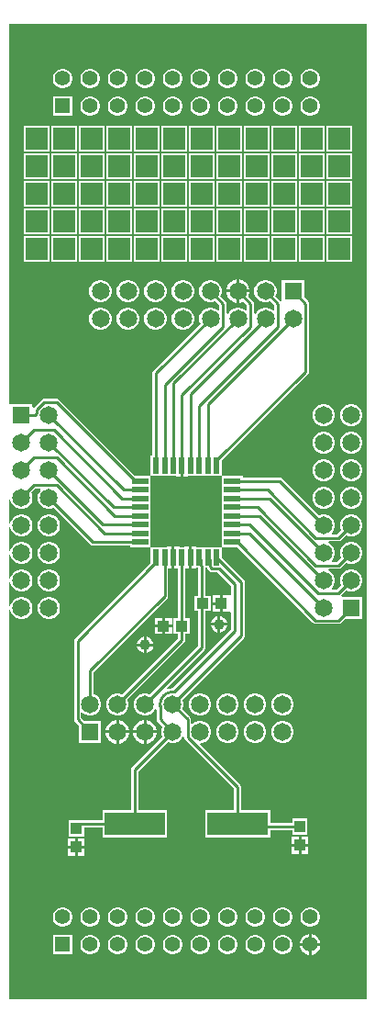
<source format=gbr>
%TF.GenerationSoftware,Altium Limited,Altium Designer,23.4.1 (23)*%
G04 Layer_Physical_Order=1*
G04 Layer_Color=255*
%FSLAX45Y45*%
%MOMM*%
%TF.SameCoordinates,37F79050-5382-499E-8BED-BD4E09E40BF1*%
%TF.FilePolarity,Positive*%
%TF.FileFunction,Copper,L1,Top,Signal*%
%TF.Part,Single*%
G01*
G75*
%TA.AperFunction,Conductor*%
%ADD10C,0.25400*%
%TA.AperFunction,SMDPad,CuDef*%
%ADD11R,1.10000X1.00000*%
%ADD12R,1.50000X0.60000*%
%ADD13R,0.60000X1.50000*%
%ADD14R,1.00000X1.10000*%
%ADD15R,5.60000X2.10000*%
%TA.AperFunction,ComponentPad*%
%ADD16C,1.39000*%
%ADD17R,1.39000X1.39000*%
%ADD18R,1.65000X1.65000*%
%ADD19C,1.65000*%
%TA.AperFunction,ViaPad*%
%ADD20R,2.00000X2.00000*%
%TA.AperFunction,ComponentPad*%
%ADD21R,1.65000X1.65000*%
%TA.AperFunction,TestPad*%
%ADD22C,1.00000*%
G36*
X3314700Y0D02*
X12700D01*
Y3592475D01*
X25400Y3594147D01*
X31485Y3571436D01*
X44980Y3548064D01*
X64064Y3528979D01*
X87436Y3515485D01*
X113506Y3508500D01*
X140494D01*
X166564Y3515485D01*
X189936Y3528979D01*
X209020Y3548064D01*
X222515Y3571436D01*
X229500Y3597506D01*
Y3624494D01*
X222515Y3650563D01*
X209020Y3673936D01*
X189936Y3693020D01*
X166564Y3706515D01*
X140494Y3713500D01*
X113506D01*
X87436Y3706515D01*
X64064Y3693020D01*
X44980Y3673936D01*
X31485Y3650563D01*
X25400Y3627853D01*
X12700Y3629525D01*
Y3846475D01*
X25400Y3848147D01*
X31485Y3825436D01*
X44980Y3802064D01*
X64064Y3782979D01*
X87436Y3769485D01*
X113506Y3762500D01*
X140494D01*
X166564Y3769485D01*
X189936Y3782979D01*
X209020Y3802064D01*
X222515Y3825436D01*
X229500Y3851506D01*
Y3878494D01*
X222515Y3904563D01*
X209020Y3927936D01*
X189936Y3947020D01*
X166564Y3960515D01*
X140494Y3967500D01*
X113506D01*
X87436Y3960515D01*
X64064Y3947020D01*
X44980Y3927936D01*
X31485Y3904563D01*
X25400Y3881853D01*
X12700Y3883525D01*
Y4100475D01*
X25400Y4102147D01*
X31485Y4079436D01*
X44980Y4056064D01*
X64064Y4036979D01*
X87436Y4023485D01*
X113506Y4016500D01*
X140494D01*
X166564Y4023485D01*
X189936Y4036979D01*
X209020Y4056064D01*
X222515Y4079436D01*
X229500Y4105506D01*
Y4132494D01*
X222515Y4158563D01*
X209020Y4181936D01*
X189936Y4201020D01*
X166564Y4214515D01*
X140494Y4221500D01*
X113506D01*
X87436Y4214515D01*
X64064Y4201020D01*
X44980Y4181936D01*
X31485Y4158563D01*
X25400Y4135853D01*
X12700Y4137525D01*
Y4354475D01*
X25400Y4356147D01*
X31485Y4333436D01*
X44980Y4310064D01*
X64064Y4290979D01*
X87436Y4277485D01*
X113506Y4270500D01*
X140494D01*
X166564Y4277485D01*
X189936Y4290979D01*
X209020Y4310064D01*
X222515Y4333436D01*
X229500Y4359506D01*
Y4386494D01*
X222515Y4412563D01*
X209020Y4435936D01*
X189936Y4455020D01*
X166564Y4468515D01*
X140494Y4475500D01*
X113506D01*
X87436Y4468515D01*
X64064Y4455020D01*
X44980Y4435936D01*
X31485Y4412563D01*
X25400Y4389853D01*
X12700Y4391525D01*
Y4608475D01*
X25400Y4610147D01*
X31485Y4587436D01*
X44980Y4564064D01*
X64064Y4544979D01*
X87436Y4531485D01*
X113506Y4524500D01*
X140494D01*
X166564Y4531485D01*
X189936Y4544979D01*
X209020Y4564064D01*
X222515Y4587436D01*
X229500Y4613506D01*
Y4640494D01*
X222515Y4666563D01*
X219293Y4672143D01*
X256010Y4708859D01*
X301309D01*
X306169Y4697126D01*
X298980Y4689936D01*
X285485Y4666563D01*
X278500Y4640494D01*
Y4613506D01*
X285485Y4587436D01*
X298980Y4564064D01*
X318064Y4544979D01*
X341436Y4531485D01*
X367506Y4524500D01*
X394494D01*
X420564Y4531485D01*
X426143Y4534706D01*
X764425Y4196425D01*
X775241Y4189197D01*
X788000Y4186659D01*
X1130000D01*
Y4170000D01*
X1307300D01*
X1320000Y4170000D01*
X1320000Y4157300D01*
Y4027150D01*
X622225Y3329375D01*
X614998Y3318559D01*
X612460Y3305800D01*
Y2583200D01*
X614998Y2570441D01*
X622225Y2559625D01*
X658500Y2523349D01*
Y2365500D01*
X863500D01*
Y2570500D01*
X705651D01*
X679141Y2597010D01*
Y2642309D01*
X690874Y2647169D01*
X698064Y2639979D01*
X721436Y2626485D01*
X747506Y2619500D01*
X774494D01*
X800564Y2626485D01*
X823936Y2639979D01*
X843020Y2659064D01*
X856515Y2682436D01*
X863500Y2708506D01*
Y2735494D01*
X856515Y2761563D01*
X843020Y2784936D01*
X823936Y2804020D01*
X800564Y2817515D01*
X794341Y2819182D01*
Y3017315D01*
X1473575Y3696550D01*
X1480802Y3707366D01*
X1483340Y3720125D01*
Y3974600D01*
X1517300D01*
Y4075000D01*
Y4175400D01*
X1474600D01*
Y4170000D01*
X1332700D01*
X1320000Y4170000D01*
X1320000Y4182700D01*
Y4250000D01*
Y4330000D01*
Y4410000D01*
Y4490000D01*
Y4570000D01*
Y4650000D01*
Y4730000D01*
Y4817300D01*
X1320000Y4829999D01*
X1332700Y4830000D01*
X1554600D01*
Y4824600D01*
X1597300D01*
Y4925000D01*
X1622700D01*
Y4824600D01*
X1665400D01*
Y4830000D01*
X1967300D01*
X1980000Y4829999D01*
X1980000Y4817300D01*
Y4730000D01*
Y4650000D01*
Y4570000D01*
Y4490000D01*
Y4410000D01*
Y4330000D01*
Y4250000D01*
Y4182700D01*
X1980000Y4170000D01*
X1967300Y4170000D01*
X1745400D01*
Y4175400D01*
X1702700D01*
Y4075000D01*
Y3974600D01*
X1745400D01*
Y3980000D01*
X1760534D01*
Y3721250D01*
X1729125D01*
Y3581250D01*
X1760534D01*
Y3260685D01*
X1314143Y2814293D01*
X1308564Y2817515D01*
X1282494Y2824500D01*
X1255506D01*
X1229436Y2817515D01*
X1206064Y2804020D01*
X1186980Y2784936D01*
X1173485Y2761563D01*
X1166500Y2735494D01*
Y2708506D01*
X1173485Y2682436D01*
X1186980Y2659064D01*
X1206064Y2639979D01*
X1229436Y2626485D01*
X1255506Y2619500D01*
X1282494D01*
X1308564Y2626485D01*
X1331936Y2639979D01*
X1351020Y2659064D01*
X1361760Y2677664D01*
X1374460Y2674261D01*
Y2583200D01*
X1376998Y2570441D01*
X1384225Y2559625D01*
X1430707Y2513143D01*
X1427485Y2507563D01*
X1420500Y2481494D01*
Y2454506D01*
X1427485Y2428436D01*
X1430707Y2422857D01*
X1151425Y2143575D01*
X1144197Y2132759D01*
X1141659Y2120000D01*
Y1744250D01*
X875000D01*
Y1652591D01*
X672300D01*
X670588Y1652250D01*
X565000D01*
Y1502250D01*
X705000D01*
Y1585909D01*
X875000D01*
Y1494250D01*
X1475000D01*
Y1744250D01*
X1208340D01*
Y2106190D01*
X1477857Y2375706D01*
X1483436Y2372485D01*
X1509506Y2365500D01*
X1536494D01*
X1562564Y2372485D01*
X1585936Y2385979D01*
X1605020Y2405064D01*
X1615760Y2423664D01*
X1628460Y2420282D01*
X1630998Y2407524D01*
X1638225Y2396707D01*
X2091660Y1943273D01*
Y1744250D01*
X1825000D01*
Y1494250D01*
X2425000D01*
Y1559785D01*
X2628750D01*
Y1518125D01*
X2768750D01*
Y1668125D01*
X2628750D01*
Y1626466D01*
X2425000D01*
Y1744250D01*
X2158341D01*
Y1957083D01*
X2155803Y1969842D01*
X2148575Y1980658D01*
X1775467Y2353767D01*
X1780327Y2365500D01*
X1790494D01*
X1816564Y2372485D01*
X1839936Y2385979D01*
X1859020Y2405064D01*
X1872515Y2428436D01*
X1879500Y2454506D01*
Y2481494D01*
X1872515Y2507563D01*
X1859020Y2530936D01*
X1839936Y2550020D01*
X1816564Y2563515D01*
X1790494Y2570500D01*
X1763506D01*
X1737436Y2563515D01*
X1714064Y2550020D01*
X1706874Y2542831D01*
X1695141Y2547691D01*
Y2583200D01*
X1692603Y2595959D01*
X1685375Y2606775D01*
X1615293Y2676857D01*
X1618515Y2682436D01*
X1625500Y2708506D01*
Y2735494D01*
X1618515Y2761563D01*
X1615293Y2767143D01*
X2182575Y3334425D01*
X2189803Y3345241D01*
X2192341Y3358000D01*
Y3846000D01*
X2189803Y3858759D01*
X2182576Y3869575D01*
X1980000Y4072151D01*
Y4157300D01*
X1980000Y4170000D01*
X1992700Y4170000D01*
X2122849D01*
X2820625Y3472225D01*
X2831441Y3464997D01*
X2844200Y3462459D01*
X3057800D01*
X3070559Y3464997D01*
X3081375Y3472225D01*
X3117651Y3508500D01*
X3275500D01*
Y3713500D01*
X3085191D01*
X3081338Y3726200D01*
X3081375Y3726225D01*
X3127857Y3772706D01*
X3133436Y3769485D01*
X3159506Y3762500D01*
X3186494D01*
X3212564Y3769485D01*
X3235936Y3782979D01*
X3255020Y3802064D01*
X3268515Y3825436D01*
X3275500Y3851506D01*
Y3878494D01*
X3268515Y3904563D01*
X3255020Y3927936D01*
X3235936Y3947020D01*
X3212564Y3960515D01*
X3186494Y3967500D01*
X3159506D01*
X3133436Y3960515D01*
X3110064Y3947020D01*
X3090980Y3927936D01*
X3077485Y3904563D01*
X3070500Y3878494D01*
Y3851506D01*
X3077485Y3825436D01*
X3080707Y3819857D01*
X3043990Y3783141D01*
X2998691D01*
X2993831Y3794874D01*
X3001020Y3802064D01*
X3014515Y3825436D01*
X3021500Y3851506D01*
Y3878494D01*
X3014515Y3904563D01*
X3001020Y3927936D01*
X2981936Y3947020D01*
X2963336Y3957759D01*
X2966739Y3970459D01*
X3057800D01*
X3070559Y3972997D01*
X3081375Y3980225D01*
X3127857Y4026706D01*
X3133436Y4023485D01*
X3159506Y4016500D01*
X3186494D01*
X3212564Y4023485D01*
X3235936Y4036979D01*
X3255020Y4056064D01*
X3268515Y4079436D01*
X3275500Y4105506D01*
Y4132494D01*
X3268515Y4158563D01*
X3255020Y4181936D01*
X3235936Y4201020D01*
X3212564Y4214515D01*
X3186494Y4221500D01*
X3159506D01*
X3133436Y4214515D01*
X3110064Y4201020D01*
X3090980Y4181936D01*
X3077485Y4158563D01*
X3070500Y4132494D01*
Y4105506D01*
X3077485Y4079436D01*
X3080707Y4073857D01*
X3043990Y4037141D01*
X2998691D01*
X2993831Y4048874D01*
X3001020Y4056064D01*
X3014515Y4079436D01*
X3021500Y4105506D01*
Y4132494D01*
X3014515Y4158563D01*
X3001020Y4181936D01*
X2981936Y4201020D01*
X2963336Y4211759D01*
X2966739Y4224459D01*
X3057800D01*
X3070559Y4226997D01*
X3081375Y4234225D01*
X3127857Y4280706D01*
X3133436Y4277485D01*
X3159506Y4270500D01*
X3186494D01*
X3212564Y4277485D01*
X3235936Y4290979D01*
X3255020Y4310064D01*
X3268515Y4333436D01*
X3275500Y4359506D01*
Y4386494D01*
X3268515Y4412563D01*
X3255020Y4435936D01*
X3235936Y4455020D01*
X3212564Y4468515D01*
X3186494Y4475500D01*
X3159506D01*
X3133436Y4468515D01*
X3110064Y4455020D01*
X3090980Y4435936D01*
X3077485Y4412563D01*
X3070500Y4386494D01*
Y4359506D01*
X3077485Y4333436D01*
X3080707Y4327857D01*
X3043990Y4291141D01*
X2998691D01*
X2993831Y4302874D01*
X3001020Y4310064D01*
X3014515Y4333436D01*
X3021500Y4359506D01*
Y4386494D01*
X3014515Y4412563D01*
X3001020Y4435936D01*
X2981936Y4455020D01*
X2958564Y4468515D01*
X2932494Y4475500D01*
X2905506D01*
X2879436Y4468515D01*
X2873857Y4465293D01*
X2535575Y4803575D01*
X2524759Y4810802D01*
X2512000Y4813340D01*
X2170000D01*
Y4830000D01*
X1992700D01*
X1980000Y4830000D01*
X1980000Y4842700D01*
Y4972849D01*
X2774025Y5766875D01*
X2781253Y5777691D01*
X2783790Y5790450D01*
Y6416800D01*
X2781253Y6429559D01*
X2774025Y6440375D01*
X2737750Y6476650D01*
Y6634500D01*
X2532750D01*
Y6444191D01*
X2520050Y6440338D01*
X2520025Y6440375D01*
X2473543Y6486857D01*
X2476765Y6492436D01*
X2483750Y6518506D01*
Y6545494D01*
X2476765Y6571563D01*
X2463270Y6594936D01*
X2444186Y6614020D01*
X2420814Y6627515D01*
X2394744Y6634500D01*
X2367756D01*
X2341686Y6627515D01*
X2318314Y6614020D01*
X2299230Y6594936D01*
X2285735Y6571563D01*
X2278750Y6545494D01*
Y6518506D01*
X2285735Y6492436D01*
X2299230Y6469064D01*
X2318314Y6449979D01*
X2341686Y6436485D01*
X2367756Y6429500D01*
X2394744D01*
X2420814Y6436485D01*
X2426393Y6439706D01*
X2463109Y6402990D01*
Y6357691D01*
X2451376Y6352831D01*
X2444186Y6360020D01*
X2420814Y6373515D01*
X2394744Y6380500D01*
X2367756D01*
X2341686Y6373515D01*
X2318314Y6360020D01*
X2299230Y6340936D01*
X2288490Y6322336D01*
X2275790Y6325739D01*
Y6416800D01*
X2273253Y6429559D01*
X2266025Y6440375D01*
X2223497Y6482904D01*
X2227797Y6490352D01*
X2235150Y6517795D01*
Y6519300D01*
X2139950D01*
Y6424100D01*
X2141455D01*
X2168898Y6431453D01*
X2176346Y6435753D01*
X2209109Y6402990D01*
Y6357691D01*
X2197376Y6352831D01*
X2190186Y6360020D01*
X2166814Y6373515D01*
X2140744Y6380500D01*
X2113756D01*
X2087686Y6373515D01*
X2064314Y6360020D01*
X2045230Y6340936D01*
X2034490Y6322336D01*
X2021790Y6325739D01*
Y6416800D01*
X2019253Y6429559D01*
X2012025Y6440375D01*
X1965543Y6486857D01*
X1968765Y6492436D01*
X1975750Y6518506D01*
Y6545494D01*
X1968765Y6571563D01*
X1955270Y6594936D01*
X1936186Y6614020D01*
X1912814Y6627515D01*
X1886744Y6634500D01*
X1859756D01*
X1833686Y6627515D01*
X1810314Y6614020D01*
X1791230Y6594936D01*
X1777735Y6571563D01*
X1770750Y6545494D01*
Y6518506D01*
X1777735Y6492436D01*
X1791230Y6469064D01*
X1810314Y6449979D01*
X1833686Y6436485D01*
X1859756Y6429500D01*
X1886744D01*
X1912814Y6436485D01*
X1918393Y6439706D01*
X1955109Y6402990D01*
Y6357691D01*
X1943376Y6352831D01*
X1936186Y6360020D01*
X1912814Y6373515D01*
X1886744Y6380500D01*
X1859756D01*
X1833686Y6373515D01*
X1810314Y6360020D01*
X1791230Y6340936D01*
X1777735Y6317563D01*
X1770750Y6291494D01*
Y6264506D01*
X1777735Y6238436D01*
X1780957Y6232857D01*
X1346425Y5798325D01*
X1339197Y5787509D01*
X1336660Y5774750D01*
Y5020000D01*
X1320000D01*
Y4842700D01*
X1320000Y4830000D01*
X1307300Y4830000D01*
X1177151D01*
X479375Y5527775D01*
X468559Y5535002D01*
X455800Y5537540D01*
X333283D01*
X320524Y5535002D01*
X309708Y5527775D01*
X242225Y5460292D01*
X242200Y5460255D01*
X229500Y5464108D01*
Y5491500D01*
X25400D01*
X24500Y5491500D01*
X12700Y5493673D01*
Y8991600D01*
X3314700D01*
Y0D01*
D02*
G37*
G36*
X1841497Y3975767D02*
X1848725Y3964951D01*
X1864951Y3948725D01*
X1875767Y3941497D01*
X1888526Y3938959D01*
X1938890D01*
X2062159Y3815690D01*
Y3736188D01*
X2054525Y3726650D01*
X2049459Y3726650D01*
X1986825D01*
Y3651250D01*
Y3575850D01*
X2049459D01*
X2054525Y3575850D01*
X2062159Y3566312D01*
Y3411060D01*
X1521574Y2870475D01*
X1494007Y2867760D01*
X1473716Y2861604D01*
X1466985Y2872834D01*
X1817450Y3223300D01*
X1824678Y3234116D01*
X1827216Y3246875D01*
Y3581250D01*
X1879125D01*
Y3721250D01*
X1827216D01*
Y3980000D01*
X1840655D01*
X1841497Y3975767D01*
D02*
G37*
%LPC*%
G36*
X2805783Y8581500D02*
X2782217D01*
X2759454Y8575401D01*
X2739046Y8563618D01*
X2722382Y8546954D01*
X2710599Y8526546D01*
X2704500Y8503783D01*
Y8480217D01*
X2710599Y8457454D01*
X2722382Y8437046D01*
X2739046Y8420382D01*
X2759454Y8408599D01*
X2782217Y8402500D01*
X2805783D01*
X2828546Y8408599D01*
X2848954Y8420382D01*
X2865618Y8437046D01*
X2877401Y8457454D01*
X2883500Y8480217D01*
Y8503783D01*
X2877401Y8526546D01*
X2865618Y8546954D01*
X2848954Y8563618D01*
X2828546Y8575401D01*
X2805783Y8581500D01*
D02*
G37*
G36*
X2551783D02*
X2528217D01*
X2505454Y8575401D01*
X2485046Y8563618D01*
X2468382Y8546954D01*
X2456599Y8526546D01*
X2450500Y8503783D01*
Y8480217D01*
X2456599Y8457454D01*
X2468382Y8437046D01*
X2485046Y8420382D01*
X2505454Y8408599D01*
X2528217Y8402500D01*
X2551783D01*
X2574546Y8408599D01*
X2594954Y8420382D01*
X2611618Y8437046D01*
X2623401Y8457454D01*
X2629500Y8480217D01*
Y8503783D01*
X2623401Y8526546D01*
X2611618Y8546954D01*
X2594954Y8563618D01*
X2574546Y8575401D01*
X2551783Y8581500D01*
D02*
G37*
G36*
X2297783D02*
X2274217D01*
X2251454Y8575401D01*
X2231046Y8563618D01*
X2214382Y8546954D01*
X2202599Y8526546D01*
X2196500Y8503783D01*
Y8480217D01*
X2202599Y8457454D01*
X2214382Y8437046D01*
X2231046Y8420382D01*
X2251454Y8408599D01*
X2274217Y8402500D01*
X2297783D01*
X2320546Y8408599D01*
X2340954Y8420382D01*
X2357618Y8437046D01*
X2369401Y8457454D01*
X2375500Y8480217D01*
Y8503783D01*
X2369401Y8526546D01*
X2357618Y8546954D01*
X2340954Y8563618D01*
X2320546Y8575401D01*
X2297783Y8581500D01*
D02*
G37*
G36*
X2043783D02*
X2020217D01*
X1997454Y8575401D01*
X1977046Y8563618D01*
X1960382Y8546954D01*
X1948599Y8526546D01*
X1942500Y8503783D01*
Y8480217D01*
X1948599Y8457454D01*
X1960382Y8437046D01*
X1977046Y8420382D01*
X1997454Y8408599D01*
X2020217Y8402500D01*
X2043783D01*
X2066546Y8408599D01*
X2086954Y8420382D01*
X2103618Y8437046D01*
X2115401Y8457454D01*
X2121500Y8480217D01*
Y8503783D01*
X2115401Y8526546D01*
X2103618Y8546954D01*
X2086954Y8563618D01*
X2066546Y8575401D01*
X2043783Y8581500D01*
D02*
G37*
G36*
X1789783D02*
X1766217D01*
X1743454Y8575401D01*
X1723046Y8563618D01*
X1706382Y8546954D01*
X1694599Y8526546D01*
X1688500Y8503783D01*
Y8480217D01*
X1694599Y8457454D01*
X1706382Y8437046D01*
X1723046Y8420382D01*
X1743454Y8408599D01*
X1766217Y8402500D01*
X1789783D01*
X1812546Y8408599D01*
X1832954Y8420382D01*
X1849618Y8437046D01*
X1861401Y8457454D01*
X1867500Y8480217D01*
Y8503783D01*
X1861401Y8526546D01*
X1849618Y8546954D01*
X1832954Y8563618D01*
X1812546Y8575401D01*
X1789783Y8581500D01*
D02*
G37*
G36*
X1535783D02*
X1512217D01*
X1489454Y8575401D01*
X1469046Y8563618D01*
X1452382Y8546954D01*
X1440599Y8526546D01*
X1434500Y8503783D01*
Y8480217D01*
X1440599Y8457454D01*
X1452382Y8437046D01*
X1469046Y8420382D01*
X1489454Y8408599D01*
X1512217Y8402500D01*
X1535783D01*
X1558546Y8408599D01*
X1578954Y8420382D01*
X1595618Y8437046D01*
X1607401Y8457454D01*
X1613500Y8480217D01*
Y8503783D01*
X1607401Y8526546D01*
X1595618Y8546954D01*
X1578954Y8563618D01*
X1558546Y8575401D01*
X1535783Y8581500D01*
D02*
G37*
G36*
X1281783D02*
X1258217D01*
X1235454Y8575401D01*
X1215046Y8563618D01*
X1198382Y8546954D01*
X1186599Y8526546D01*
X1180500Y8503783D01*
Y8480217D01*
X1186599Y8457454D01*
X1198382Y8437046D01*
X1215046Y8420382D01*
X1235454Y8408599D01*
X1258217Y8402500D01*
X1281783D01*
X1304546Y8408599D01*
X1324954Y8420382D01*
X1341618Y8437046D01*
X1353401Y8457454D01*
X1359500Y8480217D01*
Y8503783D01*
X1353401Y8526546D01*
X1341618Y8546954D01*
X1324954Y8563618D01*
X1304546Y8575401D01*
X1281783Y8581500D01*
D02*
G37*
G36*
X1027783D02*
X1004217D01*
X981454Y8575401D01*
X961046Y8563618D01*
X944382Y8546954D01*
X932599Y8526546D01*
X926500Y8503783D01*
Y8480217D01*
X932599Y8457454D01*
X944382Y8437046D01*
X961046Y8420382D01*
X981454Y8408599D01*
X1004217Y8402500D01*
X1027783D01*
X1050546Y8408599D01*
X1070954Y8420382D01*
X1087618Y8437046D01*
X1099401Y8457454D01*
X1105500Y8480217D01*
Y8503783D01*
X1099401Y8526546D01*
X1087618Y8546954D01*
X1070954Y8563618D01*
X1050546Y8575401D01*
X1027783Y8581500D01*
D02*
G37*
G36*
X773783D02*
X750217D01*
X727454Y8575401D01*
X707046Y8563618D01*
X690382Y8546954D01*
X678599Y8526546D01*
X672500Y8503783D01*
Y8480217D01*
X678599Y8457454D01*
X690382Y8437046D01*
X707046Y8420382D01*
X727454Y8408599D01*
X750217Y8402500D01*
X773783D01*
X796546Y8408599D01*
X816954Y8420382D01*
X833618Y8437046D01*
X845401Y8457454D01*
X851500Y8480217D01*
Y8503783D01*
X845401Y8526546D01*
X833618Y8546954D01*
X816954Y8563618D01*
X796546Y8575401D01*
X773783Y8581500D01*
D02*
G37*
G36*
X519783D02*
X496217D01*
X473454Y8575401D01*
X453046Y8563618D01*
X436382Y8546954D01*
X424599Y8526546D01*
X418500Y8503783D01*
Y8480217D01*
X424599Y8457454D01*
X436382Y8437046D01*
X453046Y8420382D01*
X473454Y8408599D01*
X496217Y8402500D01*
X519783D01*
X542546Y8408599D01*
X562954Y8420382D01*
X579618Y8437046D01*
X591401Y8457454D01*
X597500Y8480217D01*
Y8503783D01*
X591401Y8526546D01*
X579618Y8546954D01*
X562954Y8563618D01*
X542546Y8575401D01*
X519783Y8581500D01*
D02*
G37*
G36*
X2805783Y8327500D02*
X2782217D01*
X2759454Y8321401D01*
X2739046Y8309618D01*
X2722382Y8292954D01*
X2710599Y8272546D01*
X2704500Y8249783D01*
Y8226217D01*
X2710599Y8203454D01*
X2722382Y8183046D01*
X2739046Y8166382D01*
X2759454Y8154599D01*
X2782217Y8148500D01*
X2805783D01*
X2828546Y8154599D01*
X2848954Y8166382D01*
X2865618Y8183046D01*
X2877401Y8203454D01*
X2883500Y8226217D01*
Y8249783D01*
X2877401Y8272546D01*
X2865618Y8292954D01*
X2848954Y8309618D01*
X2828546Y8321401D01*
X2805783Y8327500D01*
D02*
G37*
G36*
X2551783D02*
X2528217D01*
X2505454Y8321401D01*
X2485046Y8309618D01*
X2468382Y8292954D01*
X2456599Y8272546D01*
X2450500Y8249783D01*
Y8226217D01*
X2456599Y8203454D01*
X2468382Y8183046D01*
X2485046Y8166382D01*
X2505454Y8154599D01*
X2528217Y8148500D01*
X2551783D01*
X2574546Y8154599D01*
X2594954Y8166382D01*
X2611618Y8183046D01*
X2623401Y8203454D01*
X2629500Y8226217D01*
Y8249783D01*
X2623401Y8272546D01*
X2611618Y8292954D01*
X2594954Y8309618D01*
X2574546Y8321401D01*
X2551783Y8327500D01*
D02*
G37*
G36*
X2297783D02*
X2274217D01*
X2251454Y8321401D01*
X2231046Y8309618D01*
X2214382Y8292954D01*
X2202599Y8272546D01*
X2196500Y8249783D01*
Y8226217D01*
X2202599Y8203454D01*
X2214382Y8183046D01*
X2231046Y8166382D01*
X2251454Y8154599D01*
X2274217Y8148500D01*
X2297783D01*
X2320546Y8154599D01*
X2340954Y8166382D01*
X2357618Y8183046D01*
X2369401Y8203454D01*
X2375500Y8226217D01*
Y8249783D01*
X2369401Y8272546D01*
X2357618Y8292954D01*
X2340954Y8309618D01*
X2320546Y8321401D01*
X2297783Y8327500D01*
D02*
G37*
G36*
X2043783D02*
X2020217D01*
X1997454Y8321401D01*
X1977046Y8309618D01*
X1960382Y8292954D01*
X1948599Y8272546D01*
X1942500Y8249783D01*
Y8226217D01*
X1948599Y8203454D01*
X1960382Y8183046D01*
X1977046Y8166382D01*
X1997454Y8154599D01*
X2020217Y8148500D01*
X2043783D01*
X2066546Y8154599D01*
X2086954Y8166382D01*
X2103618Y8183046D01*
X2115401Y8203454D01*
X2121500Y8226217D01*
Y8249783D01*
X2115401Y8272546D01*
X2103618Y8292954D01*
X2086954Y8309618D01*
X2066546Y8321401D01*
X2043783Y8327500D01*
D02*
G37*
G36*
X1789783D02*
X1766217D01*
X1743454Y8321401D01*
X1723046Y8309618D01*
X1706382Y8292954D01*
X1694599Y8272546D01*
X1688500Y8249783D01*
Y8226217D01*
X1694599Y8203454D01*
X1706382Y8183046D01*
X1723046Y8166382D01*
X1743454Y8154599D01*
X1766217Y8148500D01*
X1789783D01*
X1812546Y8154599D01*
X1832954Y8166382D01*
X1849618Y8183046D01*
X1861401Y8203454D01*
X1867500Y8226217D01*
Y8249783D01*
X1861401Y8272546D01*
X1849618Y8292954D01*
X1832954Y8309618D01*
X1812546Y8321401D01*
X1789783Y8327500D01*
D02*
G37*
G36*
X1535783D02*
X1512217D01*
X1489454Y8321401D01*
X1469046Y8309618D01*
X1452382Y8292954D01*
X1440599Y8272546D01*
X1434500Y8249783D01*
Y8226217D01*
X1440599Y8203454D01*
X1452382Y8183046D01*
X1469046Y8166382D01*
X1489454Y8154599D01*
X1512217Y8148500D01*
X1535783D01*
X1558546Y8154599D01*
X1578954Y8166382D01*
X1595618Y8183046D01*
X1607401Y8203454D01*
X1613500Y8226217D01*
Y8249783D01*
X1607401Y8272546D01*
X1595618Y8292954D01*
X1578954Y8309618D01*
X1558546Y8321401D01*
X1535783Y8327500D01*
D02*
G37*
G36*
X1281783D02*
X1258217D01*
X1235454Y8321401D01*
X1215046Y8309618D01*
X1198382Y8292954D01*
X1186599Y8272546D01*
X1180500Y8249783D01*
Y8226217D01*
X1186599Y8203454D01*
X1198382Y8183046D01*
X1215046Y8166382D01*
X1235454Y8154599D01*
X1258217Y8148500D01*
X1281783D01*
X1304546Y8154599D01*
X1324954Y8166382D01*
X1341618Y8183046D01*
X1353401Y8203454D01*
X1359500Y8226217D01*
Y8249783D01*
X1353401Y8272546D01*
X1341618Y8292954D01*
X1324954Y8309618D01*
X1304546Y8321401D01*
X1281783Y8327500D01*
D02*
G37*
G36*
X1027783D02*
X1004217D01*
X981454Y8321401D01*
X961046Y8309618D01*
X944382Y8292954D01*
X932599Y8272546D01*
X926500Y8249783D01*
Y8226217D01*
X932599Y8203454D01*
X944382Y8183046D01*
X961046Y8166382D01*
X981454Y8154599D01*
X1004217Y8148500D01*
X1027783D01*
X1050546Y8154599D01*
X1070954Y8166382D01*
X1087618Y8183046D01*
X1099401Y8203454D01*
X1105500Y8226217D01*
Y8249783D01*
X1099401Y8272546D01*
X1087618Y8292954D01*
X1070954Y8309618D01*
X1050546Y8321401D01*
X1027783Y8327500D01*
D02*
G37*
G36*
X773783D02*
X750217D01*
X727454Y8321401D01*
X707046Y8309618D01*
X690382Y8292954D01*
X678599Y8272546D01*
X672500Y8249783D01*
Y8226217D01*
X678599Y8203454D01*
X690382Y8183046D01*
X707046Y8166382D01*
X727454Y8154599D01*
X750217Y8148500D01*
X773783D01*
X796546Y8154599D01*
X816954Y8166382D01*
X833618Y8183046D01*
X845401Y8203454D01*
X851500Y8226217D01*
Y8249783D01*
X845401Y8272546D01*
X833618Y8292954D01*
X816954Y8309618D01*
X796546Y8321401D01*
X773783Y8327500D01*
D02*
G37*
G36*
X597500D02*
X418500D01*
Y8148500D01*
X597500D01*
Y8327500D01*
D02*
G37*
G36*
X3183875Y8057500D02*
X2943875D01*
Y7817500D01*
X3183875D01*
Y8057500D01*
D02*
G37*
G36*
X2929875D02*
X2689875D01*
Y7817500D01*
X2929875D01*
Y8057500D01*
D02*
G37*
G36*
X2675875D02*
X2435875D01*
Y7817500D01*
X2675875D01*
Y8057500D01*
D02*
G37*
G36*
X2421875D02*
X2181875D01*
Y7817500D01*
X2421875D01*
Y8057500D01*
D02*
G37*
G36*
X2167875D02*
X1927875D01*
Y7817500D01*
X2167875D01*
Y8057500D01*
D02*
G37*
G36*
X1913875D02*
X1673875D01*
Y7817500D01*
X1913875D01*
Y8057500D01*
D02*
G37*
G36*
X1659875D02*
X1419875D01*
Y7817500D01*
X1659875D01*
Y8057500D01*
D02*
G37*
G36*
X1405875D02*
X1165875D01*
Y7817500D01*
X1405875D01*
Y8057500D01*
D02*
G37*
G36*
X1151875D02*
X911875D01*
Y7817500D01*
X1151875D01*
Y8057500D01*
D02*
G37*
G36*
X897875D02*
X657875D01*
Y7817500D01*
X897875D01*
Y8057500D01*
D02*
G37*
G36*
X643875D02*
X403875D01*
Y7817500D01*
X643875D01*
Y8057500D01*
D02*
G37*
G36*
X389875D02*
X149875D01*
Y7817500D01*
X389875D01*
Y8057500D01*
D02*
G37*
G36*
X3183875Y7803500D02*
X2943875D01*
Y7563500D01*
X3183875D01*
Y7803500D01*
D02*
G37*
G36*
X2929875D02*
X2689875D01*
Y7563500D01*
X2929875D01*
Y7803500D01*
D02*
G37*
G36*
X2675875D02*
X2435875D01*
Y7563500D01*
X2675875D01*
Y7803500D01*
D02*
G37*
G36*
X2421875D02*
X2181875D01*
Y7563500D01*
X2421875D01*
Y7803500D01*
D02*
G37*
G36*
X2167875D02*
X1927875D01*
Y7563500D01*
X2167875D01*
Y7803500D01*
D02*
G37*
G36*
X1913875D02*
X1673875D01*
Y7563500D01*
X1913875D01*
Y7803500D01*
D02*
G37*
G36*
X1659875D02*
X1419875D01*
Y7563500D01*
X1659875D01*
Y7803500D01*
D02*
G37*
G36*
X1405875D02*
X1165875D01*
Y7563500D01*
X1405875D01*
Y7803500D01*
D02*
G37*
G36*
X1151875D02*
X911875D01*
Y7563500D01*
X1151875D01*
Y7803500D01*
D02*
G37*
G36*
X897875D02*
X657875D01*
Y7563500D01*
X897875D01*
Y7803500D01*
D02*
G37*
G36*
X643875D02*
X403875D01*
Y7563500D01*
X643875D01*
Y7803500D01*
D02*
G37*
G36*
X389875D02*
X149875D01*
Y7563500D01*
X389875D01*
Y7803500D01*
D02*
G37*
G36*
X3183875Y7549500D02*
X2943875D01*
Y7309500D01*
X3183875D01*
Y7549500D01*
D02*
G37*
G36*
X2929875D02*
X2689875D01*
Y7309500D01*
X2929875D01*
Y7549500D01*
D02*
G37*
G36*
X2675875D02*
X2435875D01*
Y7309500D01*
X2675875D01*
Y7549500D01*
D02*
G37*
G36*
X2421875D02*
X2181875D01*
Y7309500D01*
X2421875D01*
Y7549500D01*
D02*
G37*
G36*
X2167875D02*
X1927875D01*
Y7309500D01*
X2167875D01*
Y7549500D01*
D02*
G37*
G36*
X1913875D02*
X1673875D01*
Y7309500D01*
X1913875D01*
Y7549500D01*
D02*
G37*
G36*
X1659875D02*
X1419875D01*
Y7309500D01*
X1659875D01*
Y7549500D01*
D02*
G37*
G36*
X1405875D02*
X1165875D01*
Y7309500D01*
X1405875D01*
Y7549500D01*
D02*
G37*
G36*
X1151875D02*
X911875D01*
Y7309500D01*
X1151875D01*
Y7549500D01*
D02*
G37*
G36*
X897875D02*
X657875D01*
Y7309500D01*
X897875D01*
Y7549500D01*
D02*
G37*
G36*
X643875D02*
X403875D01*
Y7309500D01*
X643875D01*
Y7549500D01*
D02*
G37*
G36*
X389875D02*
X149875D01*
Y7309500D01*
X389875D01*
Y7549500D01*
D02*
G37*
G36*
X3183875Y7295500D02*
X2943875D01*
Y7055500D01*
X3183875D01*
Y7295500D01*
D02*
G37*
G36*
X2929875D02*
X2689875D01*
Y7055500D01*
X2929875D01*
Y7295500D01*
D02*
G37*
G36*
X2675875D02*
X2435875D01*
Y7055500D01*
X2675875D01*
Y7295500D01*
D02*
G37*
G36*
X2421875D02*
X2181875D01*
Y7055500D01*
X2421875D01*
Y7295500D01*
D02*
G37*
G36*
X2167875D02*
X1927875D01*
Y7055500D01*
X2167875D01*
Y7295500D01*
D02*
G37*
G36*
X1913875D02*
X1673875D01*
Y7055500D01*
X1913875D01*
Y7295500D01*
D02*
G37*
G36*
X1659875D02*
X1419875D01*
Y7055500D01*
X1659875D01*
Y7295500D01*
D02*
G37*
G36*
X1405875D02*
X1165875D01*
Y7055500D01*
X1405875D01*
Y7295500D01*
D02*
G37*
G36*
X1151875D02*
X911875D01*
Y7055500D01*
X1151875D01*
Y7295500D01*
D02*
G37*
G36*
X897875D02*
X657875D01*
Y7055500D01*
X897875D01*
Y7295500D01*
D02*
G37*
G36*
X643875D02*
X403875D01*
Y7055500D01*
X643875D01*
Y7295500D01*
D02*
G37*
G36*
X389875D02*
X149875D01*
Y7055500D01*
X389875D01*
Y7295500D01*
D02*
G37*
G36*
X3183875Y7041500D02*
X2943875D01*
Y6801500D01*
X3183875D01*
Y7041500D01*
D02*
G37*
G36*
X2929875D02*
X2689875D01*
Y6801500D01*
X2929875D01*
Y7041500D01*
D02*
G37*
G36*
X2675875D02*
X2435875D01*
Y6801500D01*
X2675875D01*
Y7041500D01*
D02*
G37*
G36*
X2421875D02*
X2181875D01*
Y6801500D01*
X2421875D01*
Y7041500D01*
D02*
G37*
G36*
X2167875D02*
X1927875D01*
Y6801500D01*
X2167875D01*
Y7041500D01*
D02*
G37*
G36*
X1913875D02*
X1673875D01*
Y6801500D01*
X1913875D01*
Y7041500D01*
D02*
G37*
G36*
X1659875D02*
X1419875D01*
Y6801500D01*
X1659875D01*
Y7041500D01*
D02*
G37*
G36*
X1405875D02*
X1165875D01*
Y6801500D01*
X1405875D01*
Y7041500D01*
D02*
G37*
G36*
X1151875D02*
X911875D01*
Y6801500D01*
X1151875D01*
Y7041500D01*
D02*
G37*
G36*
X897875D02*
X657875D01*
Y6801500D01*
X897875D01*
Y7041500D01*
D02*
G37*
G36*
X643875D02*
X403875D01*
Y6801500D01*
X643875D01*
Y7041500D01*
D02*
G37*
G36*
X389875D02*
X149875D01*
Y6801500D01*
X389875D01*
Y7041500D01*
D02*
G37*
G36*
X2141455Y6639900D02*
X2139950D01*
Y6544700D01*
X2235150D01*
Y6546205D01*
X2227797Y6573648D01*
X2213591Y6598252D01*
X2193502Y6618341D01*
X2168898Y6632547D01*
X2141455Y6639900D01*
D02*
G37*
G36*
X2114550D02*
X2113045D01*
X2085602Y6632547D01*
X2060998Y6618341D01*
X2040909Y6598252D01*
X2026703Y6573648D01*
X2019350Y6546205D01*
Y6544700D01*
X2114550D01*
Y6639900D01*
D02*
G37*
G36*
X1632744Y6634500D02*
X1605756D01*
X1579686Y6627515D01*
X1556314Y6614020D01*
X1537230Y6594936D01*
X1523735Y6571563D01*
X1516750Y6545494D01*
Y6518506D01*
X1523735Y6492436D01*
X1537230Y6469064D01*
X1556314Y6449979D01*
X1579686Y6436485D01*
X1605756Y6429500D01*
X1632744D01*
X1658814Y6436485D01*
X1682186Y6449979D01*
X1701270Y6469064D01*
X1714765Y6492436D01*
X1721750Y6518506D01*
Y6545494D01*
X1714765Y6571563D01*
X1701270Y6594936D01*
X1682186Y6614020D01*
X1658814Y6627515D01*
X1632744Y6634500D01*
D02*
G37*
G36*
X1378744D02*
X1351756D01*
X1325686Y6627515D01*
X1302314Y6614020D01*
X1283230Y6594936D01*
X1269735Y6571563D01*
X1262750Y6545494D01*
Y6518506D01*
X1269735Y6492436D01*
X1283230Y6469064D01*
X1302314Y6449979D01*
X1325686Y6436485D01*
X1351756Y6429500D01*
X1378744D01*
X1404814Y6436485D01*
X1428186Y6449979D01*
X1447270Y6469064D01*
X1460765Y6492436D01*
X1467750Y6518506D01*
Y6545494D01*
X1460765Y6571563D01*
X1447270Y6594936D01*
X1428186Y6614020D01*
X1404814Y6627515D01*
X1378744Y6634500D01*
D02*
G37*
G36*
X1124744D02*
X1097756D01*
X1071686Y6627515D01*
X1048314Y6614020D01*
X1029230Y6594936D01*
X1015735Y6571563D01*
X1008750Y6545494D01*
Y6518506D01*
X1015735Y6492436D01*
X1029230Y6469064D01*
X1048314Y6449979D01*
X1071686Y6436485D01*
X1097756Y6429500D01*
X1124744D01*
X1150814Y6436485D01*
X1174186Y6449979D01*
X1193270Y6469064D01*
X1206765Y6492436D01*
X1213750Y6518506D01*
Y6545494D01*
X1206765Y6571563D01*
X1193270Y6594936D01*
X1174186Y6614020D01*
X1150814Y6627515D01*
X1124744Y6634500D01*
D02*
G37*
G36*
X870744D02*
X843756D01*
X817686Y6627515D01*
X794314Y6614020D01*
X775230Y6594936D01*
X761735Y6571563D01*
X754750Y6545494D01*
Y6518506D01*
X761735Y6492436D01*
X775230Y6469064D01*
X794314Y6449979D01*
X817686Y6436485D01*
X843756Y6429500D01*
X870744D01*
X896814Y6436485D01*
X920186Y6449979D01*
X939270Y6469064D01*
X952765Y6492436D01*
X959750Y6518506D01*
Y6545494D01*
X952765Y6571563D01*
X939270Y6594936D01*
X920186Y6614020D01*
X896814Y6627515D01*
X870744Y6634500D01*
D02*
G37*
G36*
X2114550Y6519300D02*
X2019350D01*
Y6517795D01*
X2026703Y6490352D01*
X2040909Y6465748D01*
X2060998Y6445658D01*
X2085602Y6431453D01*
X2113045Y6424100D01*
X2114550D01*
Y6519300D01*
D02*
G37*
G36*
X1632744Y6380500D02*
X1605756D01*
X1579686Y6373515D01*
X1556314Y6360020D01*
X1537230Y6340936D01*
X1523735Y6317563D01*
X1516750Y6291494D01*
Y6264506D01*
X1523735Y6238436D01*
X1537230Y6215064D01*
X1556314Y6195979D01*
X1579686Y6182485D01*
X1605756Y6175500D01*
X1632744D01*
X1658814Y6182485D01*
X1682186Y6195979D01*
X1701270Y6215064D01*
X1714765Y6238436D01*
X1721750Y6264506D01*
Y6291494D01*
X1714765Y6317563D01*
X1701270Y6340936D01*
X1682186Y6360020D01*
X1658814Y6373515D01*
X1632744Y6380500D01*
D02*
G37*
G36*
X1378744D02*
X1351756D01*
X1325686Y6373515D01*
X1302314Y6360020D01*
X1283230Y6340936D01*
X1269735Y6317563D01*
X1262750Y6291494D01*
Y6264506D01*
X1269735Y6238436D01*
X1283230Y6215064D01*
X1302314Y6195979D01*
X1325686Y6182485D01*
X1351756Y6175500D01*
X1378744D01*
X1404814Y6182485D01*
X1428186Y6195979D01*
X1447270Y6215064D01*
X1460765Y6238436D01*
X1467750Y6264506D01*
Y6291494D01*
X1460765Y6317563D01*
X1447270Y6340936D01*
X1428186Y6360020D01*
X1404814Y6373515D01*
X1378744Y6380500D01*
D02*
G37*
G36*
X1124744D02*
X1097756D01*
X1071686Y6373515D01*
X1048314Y6360020D01*
X1029230Y6340936D01*
X1015735Y6317563D01*
X1008750Y6291494D01*
Y6264506D01*
X1015735Y6238436D01*
X1029230Y6215064D01*
X1048314Y6195979D01*
X1071686Y6182485D01*
X1097756Y6175500D01*
X1124744D01*
X1150814Y6182485D01*
X1174186Y6195979D01*
X1193270Y6215064D01*
X1206765Y6238436D01*
X1213750Y6264506D01*
Y6291494D01*
X1206765Y6317563D01*
X1193270Y6340936D01*
X1174186Y6360020D01*
X1150814Y6373515D01*
X1124744Y6380500D01*
D02*
G37*
G36*
X870744D02*
X843756D01*
X817686Y6373515D01*
X794314Y6360020D01*
X775230Y6340936D01*
X761735Y6317563D01*
X754750Y6291494D01*
Y6264506D01*
X761735Y6238436D01*
X775230Y6215064D01*
X794314Y6195979D01*
X817686Y6182485D01*
X843756Y6175500D01*
X870744D01*
X896814Y6182485D01*
X920186Y6195979D01*
X939270Y6215064D01*
X952765Y6238436D01*
X959750Y6264506D01*
Y6291494D01*
X952765Y6317563D01*
X939270Y6340936D01*
X920186Y6360020D01*
X896814Y6373515D01*
X870744Y6380500D01*
D02*
G37*
G36*
X3186494Y5491500D02*
X3159506D01*
X3133436Y5484515D01*
X3110064Y5471020D01*
X3090980Y5451936D01*
X3077485Y5428563D01*
X3070500Y5402494D01*
Y5375506D01*
X3077485Y5349436D01*
X3090980Y5326064D01*
X3110064Y5306979D01*
X3133436Y5293485D01*
X3159506Y5286500D01*
X3186494D01*
X3212564Y5293485D01*
X3235936Y5306979D01*
X3255020Y5326064D01*
X3268515Y5349436D01*
X3275500Y5375506D01*
Y5402494D01*
X3268515Y5428563D01*
X3255020Y5451936D01*
X3235936Y5471020D01*
X3212564Y5484515D01*
X3186494Y5491500D01*
D02*
G37*
G36*
X2932494D02*
X2905506D01*
X2879436Y5484515D01*
X2856064Y5471020D01*
X2836980Y5451936D01*
X2823485Y5428563D01*
X2816500Y5402494D01*
Y5375506D01*
X2823485Y5349436D01*
X2836980Y5326064D01*
X2856064Y5306979D01*
X2879436Y5293485D01*
X2905506Y5286500D01*
X2932494D01*
X2958564Y5293485D01*
X2981936Y5306979D01*
X3001020Y5326064D01*
X3014515Y5349436D01*
X3021500Y5375506D01*
Y5402494D01*
X3014515Y5428563D01*
X3001020Y5451936D01*
X2981936Y5471020D01*
X2958564Y5484515D01*
X2932494Y5491500D01*
D02*
G37*
G36*
X3186494Y5237500D02*
X3159506D01*
X3133436Y5230515D01*
X3110064Y5217020D01*
X3090980Y5197936D01*
X3077485Y5174563D01*
X3070500Y5148494D01*
Y5121506D01*
X3077485Y5095436D01*
X3090980Y5072064D01*
X3110064Y5052979D01*
X3133436Y5039485D01*
X3159506Y5032500D01*
X3186494D01*
X3212564Y5039485D01*
X3235936Y5052979D01*
X3255020Y5072064D01*
X3268515Y5095436D01*
X3275500Y5121506D01*
Y5148494D01*
X3268515Y5174563D01*
X3255020Y5197936D01*
X3235936Y5217020D01*
X3212564Y5230515D01*
X3186494Y5237500D01*
D02*
G37*
G36*
X2932494D02*
X2905506D01*
X2879436Y5230515D01*
X2856064Y5217020D01*
X2836980Y5197936D01*
X2823485Y5174563D01*
X2816500Y5148494D01*
Y5121506D01*
X2823485Y5095436D01*
X2836980Y5072064D01*
X2856064Y5052979D01*
X2879436Y5039485D01*
X2905506Y5032500D01*
X2932494D01*
X2958564Y5039485D01*
X2981936Y5052979D01*
X3001020Y5072064D01*
X3014515Y5095436D01*
X3021500Y5121506D01*
Y5148494D01*
X3014515Y5174563D01*
X3001020Y5197936D01*
X2981936Y5217020D01*
X2958564Y5230515D01*
X2932494Y5237500D01*
D02*
G37*
G36*
X3186494Y4983500D02*
X3159506D01*
X3133436Y4976515D01*
X3110064Y4963020D01*
X3090980Y4943936D01*
X3077485Y4920563D01*
X3070500Y4894494D01*
Y4867506D01*
X3077485Y4841436D01*
X3090980Y4818064D01*
X3110064Y4798979D01*
X3133436Y4785485D01*
X3159506Y4778500D01*
X3186494D01*
X3212564Y4785485D01*
X3235936Y4798979D01*
X3255020Y4818064D01*
X3268515Y4841436D01*
X3275500Y4867506D01*
Y4894494D01*
X3268515Y4920563D01*
X3255020Y4943936D01*
X3235936Y4963020D01*
X3212564Y4976515D01*
X3186494Y4983500D01*
D02*
G37*
G36*
X2932494D02*
X2905506D01*
X2879436Y4976515D01*
X2856064Y4963020D01*
X2836980Y4943936D01*
X2823485Y4920563D01*
X2816500Y4894494D01*
Y4867506D01*
X2823485Y4841436D01*
X2836980Y4818064D01*
X2856064Y4798979D01*
X2879436Y4785485D01*
X2905506Y4778500D01*
X2932494D01*
X2958564Y4785485D01*
X2981936Y4798979D01*
X3001020Y4818064D01*
X3014515Y4841436D01*
X3021500Y4867506D01*
Y4894494D01*
X3014515Y4920563D01*
X3001020Y4943936D01*
X2981936Y4963020D01*
X2958564Y4976515D01*
X2932494Y4983500D01*
D02*
G37*
G36*
X3186494Y4729500D02*
X3159506D01*
X3133436Y4722515D01*
X3110064Y4709020D01*
X3090980Y4689936D01*
X3077485Y4666563D01*
X3070500Y4640494D01*
Y4613506D01*
X3077485Y4587436D01*
X3090980Y4564064D01*
X3110064Y4544979D01*
X3133436Y4531485D01*
X3159506Y4524500D01*
X3186494D01*
X3212564Y4531485D01*
X3235936Y4544979D01*
X3255020Y4564064D01*
X3268515Y4587436D01*
X3275500Y4613506D01*
Y4640494D01*
X3268515Y4666563D01*
X3255020Y4689936D01*
X3235936Y4709020D01*
X3212564Y4722515D01*
X3186494Y4729500D01*
D02*
G37*
G36*
X2932494D02*
X2905506D01*
X2879436Y4722515D01*
X2856064Y4709020D01*
X2836980Y4689936D01*
X2823485Y4666563D01*
X2816500Y4640494D01*
Y4613506D01*
X2823485Y4587436D01*
X2836980Y4564064D01*
X2856064Y4544979D01*
X2879436Y4531485D01*
X2905506Y4524500D01*
X2932494D01*
X2958564Y4531485D01*
X2981936Y4544979D01*
X3001020Y4564064D01*
X3014515Y4587436D01*
X3021500Y4613506D01*
Y4640494D01*
X3014515Y4666563D01*
X3001020Y4689936D01*
X2981936Y4709020D01*
X2958564Y4722515D01*
X2932494Y4729500D01*
D02*
G37*
G36*
X394494Y4475500D02*
X367506D01*
X341436Y4468515D01*
X318064Y4455020D01*
X298980Y4435936D01*
X285485Y4412563D01*
X278500Y4386494D01*
Y4359506D01*
X285485Y4333436D01*
X298980Y4310064D01*
X318064Y4290979D01*
X341436Y4277485D01*
X367506Y4270500D01*
X394494D01*
X420564Y4277485D01*
X443936Y4290979D01*
X463020Y4310064D01*
X476515Y4333436D01*
X483500Y4359506D01*
Y4386494D01*
X476515Y4412563D01*
X463020Y4435936D01*
X443936Y4455020D01*
X420564Y4468515D01*
X394494Y4475500D01*
D02*
G37*
G36*
X1677300Y4175400D02*
X1634600D01*
Y4170000D01*
X1585400D01*
Y4175400D01*
X1542700D01*
Y4075000D01*
Y3974600D01*
X1576660D01*
Y3514875D01*
X1534000D01*
Y3374875D01*
X1576660D01*
Y3330810D01*
X1060143Y2814293D01*
X1054564Y2817515D01*
X1028494Y2824500D01*
X1001506D01*
X975436Y2817515D01*
X952064Y2804020D01*
X932980Y2784936D01*
X919485Y2761563D01*
X912500Y2735494D01*
Y2708506D01*
X919485Y2682436D01*
X932980Y2659064D01*
X952064Y2639979D01*
X975436Y2626485D01*
X1001506Y2619500D01*
X1028494D01*
X1054564Y2626485D01*
X1077936Y2639979D01*
X1097020Y2659064D01*
X1110515Y2682436D01*
X1117500Y2708506D01*
Y2735494D01*
X1110515Y2761563D01*
X1107293Y2767143D01*
X1633576Y3293425D01*
X1640803Y3304241D01*
X1643341Y3317000D01*
Y3374875D01*
X1684000D01*
Y3514875D01*
X1643341D01*
Y3974600D01*
X1677300D01*
Y4075000D01*
Y4175400D01*
D02*
G37*
G36*
X394494Y4221500D02*
X367506D01*
X341436Y4214515D01*
X318064Y4201020D01*
X298980Y4181936D01*
X285485Y4158563D01*
X278500Y4132494D01*
Y4105506D01*
X285485Y4079436D01*
X298980Y4056064D01*
X318064Y4036979D01*
X341436Y4023485D01*
X367506Y4016500D01*
X394494D01*
X420564Y4023485D01*
X443936Y4036979D01*
X463020Y4056064D01*
X476515Y4079436D01*
X483500Y4105506D01*
Y4132494D01*
X476515Y4158563D01*
X463020Y4181936D01*
X443936Y4201020D01*
X420564Y4214515D01*
X394494Y4221500D01*
D02*
G37*
G36*
Y3967500D02*
X367506D01*
X341436Y3960515D01*
X318064Y3947020D01*
X298980Y3927936D01*
X285485Y3904563D01*
X278500Y3878494D01*
Y3851506D01*
X285485Y3825436D01*
X298980Y3802064D01*
X318064Y3782979D01*
X341436Y3769485D01*
X367506Y3762500D01*
X394494D01*
X420564Y3769485D01*
X443936Y3782979D01*
X463020Y3802064D01*
X476515Y3825436D01*
X483500Y3851506D01*
Y3878494D01*
X476515Y3904563D01*
X463020Y3927936D01*
X443936Y3947020D01*
X420564Y3960515D01*
X394494Y3967500D01*
D02*
G37*
G36*
Y3713500D02*
X367506D01*
X341436Y3706515D01*
X318064Y3693020D01*
X298980Y3673936D01*
X285485Y3650563D01*
X278500Y3624494D01*
Y3597506D01*
X285485Y3571436D01*
X298980Y3548064D01*
X318064Y3528979D01*
X341436Y3515485D01*
X367506Y3508500D01*
X394494D01*
X420564Y3515485D01*
X443936Y3528979D01*
X463020Y3548064D01*
X476515Y3571436D01*
X483500Y3597506D01*
Y3624494D01*
X476515Y3650563D01*
X463020Y3673936D01*
X443936Y3693020D01*
X420564Y3706515D01*
X394494Y3713500D01*
D02*
G37*
G36*
X1519400Y3520275D02*
X1451700D01*
Y3457575D01*
X1519400D01*
Y3520275D01*
D02*
G37*
G36*
X1426300D02*
X1358600D01*
Y3457575D01*
X1426300D01*
Y3520275D01*
D02*
G37*
G36*
X1519400Y3432175D02*
X1451700D01*
Y3369475D01*
X1519400D01*
Y3432175D01*
D02*
G37*
G36*
X1426300D02*
X1358600D01*
Y3369475D01*
X1426300D01*
Y3432175D01*
D02*
G37*
G36*
X1282700Y3344907D02*
Y3282950D01*
X1344657D01*
X1340262Y3299353D01*
X1330335Y3316547D01*
X1316297Y3330585D01*
X1299103Y3340512D01*
X1282700Y3344907D01*
D02*
G37*
G36*
X1257300D02*
X1240897Y3340512D01*
X1223703Y3330585D01*
X1209665Y3316547D01*
X1199738Y3299353D01*
X1195343Y3282950D01*
X1257300D01*
Y3344907D01*
D02*
G37*
G36*
X1344657Y3257550D02*
X1282700D01*
Y3195593D01*
X1299103Y3199988D01*
X1316297Y3209915D01*
X1330335Y3223953D01*
X1340262Y3241147D01*
X1344657Y3257550D01*
D02*
G37*
G36*
X1257300D02*
X1195343D01*
X1199738Y3241147D01*
X1209665Y3223953D01*
X1223703Y3209915D01*
X1240897Y3199988D01*
X1257300Y3195593D01*
Y3257550D01*
D02*
G37*
G36*
X2552494Y2824500D02*
X2525506D01*
X2499436Y2817515D01*
X2476064Y2804020D01*
X2456980Y2784936D01*
X2443485Y2761563D01*
X2436500Y2735494D01*
Y2708506D01*
X2443485Y2682436D01*
X2456980Y2659064D01*
X2476064Y2639979D01*
X2499436Y2626485D01*
X2525506Y2619500D01*
X2552494D01*
X2578564Y2626485D01*
X2601936Y2639979D01*
X2621020Y2659064D01*
X2634515Y2682436D01*
X2641500Y2708506D01*
Y2735494D01*
X2634515Y2761563D01*
X2621020Y2784936D01*
X2601936Y2804020D01*
X2578564Y2817515D01*
X2552494Y2824500D01*
D02*
G37*
G36*
X2298494D02*
X2271506D01*
X2245436Y2817515D01*
X2222064Y2804020D01*
X2202980Y2784936D01*
X2189485Y2761563D01*
X2182500Y2735494D01*
Y2708506D01*
X2189485Y2682436D01*
X2202980Y2659064D01*
X2222064Y2639979D01*
X2245436Y2626485D01*
X2271506Y2619500D01*
X2298494D01*
X2324564Y2626485D01*
X2347936Y2639979D01*
X2367020Y2659064D01*
X2380515Y2682436D01*
X2387500Y2708506D01*
Y2735494D01*
X2380515Y2761563D01*
X2367020Y2784936D01*
X2347936Y2804020D01*
X2324564Y2817515D01*
X2298494Y2824500D01*
D02*
G37*
G36*
X2044494D02*
X2017506D01*
X1991436Y2817515D01*
X1968064Y2804020D01*
X1948980Y2784936D01*
X1935485Y2761563D01*
X1928500Y2735494D01*
Y2708506D01*
X1935485Y2682436D01*
X1948980Y2659064D01*
X1968064Y2639979D01*
X1991436Y2626485D01*
X2017506Y2619500D01*
X2044494D01*
X2070564Y2626485D01*
X2093936Y2639979D01*
X2113020Y2659064D01*
X2126515Y2682436D01*
X2133500Y2708506D01*
Y2735494D01*
X2126515Y2761563D01*
X2113020Y2784936D01*
X2093936Y2804020D01*
X2070564Y2817515D01*
X2044494Y2824500D01*
D02*
G37*
G36*
X1790494D02*
X1763506D01*
X1737436Y2817515D01*
X1714064Y2804020D01*
X1694980Y2784936D01*
X1681485Y2761563D01*
X1674500Y2735494D01*
Y2708506D01*
X1681485Y2682436D01*
X1694980Y2659064D01*
X1714064Y2639979D01*
X1737436Y2626485D01*
X1763506Y2619500D01*
X1790494D01*
X1816564Y2626485D01*
X1839936Y2639979D01*
X1859020Y2659064D01*
X1872515Y2682436D01*
X1879500Y2708506D01*
Y2735494D01*
X1872515Y2761563D01*
X1859020Y2784936D01*
X1839936Y2804020D01*
X1816564Y2817515D01*
X1790494Y2824500D01*
D02*
G37*
G36*
X1283205Y2575900D02*
X1281700D01*
Y2480700D01*
X1376900D01*
Y2482205D01*
X1369547Y2509648D01*
X1355341Y2534252D01*
X1335252Y2554341D01*
X1310648Y2568547D01*
X1283205Y2575900D01*
D02*
G37*
G36*
X1256300D02*
X1254795D01*
X1227352Y2568547D01*
X1202748Y2554341D01*
X1182659Y2534252D01*
X1168453Y2509648D01*
X1161100Y2482205D01*
Y2480700D01*
X1256300D01*
Y2575900D01*
D02*
G37*
G36*
X1029205D02*
X1027700D01*
Y2480700D01*
X1122900D01*
Y2482205D01*
X1115547Y2509648D01*
X1101341Y2534252D01*
X1081252Y2554341D01*
X1056648Y2568547D01*
X1029205Y2575900D01*
D02*
G37*
G36*
X1002300D02*
X1000795D01*
X973352Y2568547D01*
X948748Y2554341D01*
X928659Y2534252D01*
X914453Y2509648D01*
X907100Y2482205D01*
Y2480700D01*
X1002300D01*
Y2575900D01*
D02*
G37*
G36*
X2552494Y2570500D02*
X2525506D01*
X2499436Y2563515D01*
X2476064Y2550020D01*
X2456980Y2530936D01*
X2443485Y2507563D01*
X2436500Y2481494D01*
Y2454506D01*
X2443485Y2428436D01*
X2456980Y2405064D01*
X2476064Y2385979D01*
X2499436Y2372485D01*
X2525506Y2365500D01*
X2552494D01*
X2578564Y2372485D01*
X2601936Y2385979D01*
X2621020Y2405064D01*
X2634515Y2428436D01*
X2641500Y2454506D01*
Y2481494D01*
X2634515Y2507563D01*
X2621020Y2530936D01*
X2601936Y2550020D01*
X2578564Y2563515D01*
X2552494Y2570500D01*
D02*
G37*
G36*
X2298494D02*
X2271506D01*
X2245436Y2563515D01*
X2222064Y2550020D01*
X2202980Y2530936D01*
X2189485Y2507563D01*
X2182500Y2481494D01*
Y2454506D01*
X2189485Y2428436D01*
X2202980Y2405064D01*
X2222064Y2385979D01*
X2245436Y2372485D01*
X2271506Y2365500D01*
X2298494D01*
X2324564Y2372485D01*
X2347936Y2385979D01*
X2367020Y2405064D01*
X2380515Y2428436D01*
X2387500Y2454506D01*
Y2481494D01*
X2380515Y2507563D01*
X2367020Y2530936D01*
X2347936Y2550020D01*
X2324564Y2563515D01*
X2298494Y2570500D01*
D02*
G37*
G36*
X2044494D02*
X2017506D01*
X1991436Y2563515D01*
X1968064Y2550020D01*
X1948980Y2530936D01*
X1935485Y2507563D01*
X1928500Y2481494D01*
Y2454506D01*
X1935485Y2428436D01*
X1948980Y2405064D01*
X1968064Y2385979D01*
X1991436Y2372485D01*
X2017506Y2365500D01*
X2044494D01*
X2070564Y2372485D01*
X2093936Y2385979D01*
X2113020Y2405064D01*
X2126515Y2428436D01*
X2133500Y2454506D01*
Y2481494D01*
X2126515Y2507563D01*
X2113020Y2530936D01*
X2093936Y2550020D01*
X2070564Y2563515D01*
X2044494Y2570500D01*
D02*
G37*
G36*
X1376900Y2455300D02*
X1281700D01*
Y2360100D01*
X1283205D01*
X1310648Y2367453D01*
X1335252Y2381658D01*
X1355341Y2401748D01*
X1369547Y2426352D01*
X1376900Y2453795D01*
Y2455300D01*
D02*
G37*
G36*
X1256300D02*
X1161100D01*
Y2453795D01*
X1168453Y2426352D01*
X1182659Y2401748D01*
X1202748Y2381658D01*
X1227352Y2367453D01*
X1254795Y2360100D01*
X1256300D01*
Y2455300D01*
D02*
G37*
G36*
X1122900D02*
X1027700D01*
Y2360100D01*
X1029205D01*
X1056648Y2367453D01*
X1081252Y2381658D01*
X1101341Y2401748D01*
X1115547Y2426352D01*
X1122900Y2453795D01*
Y2455300D01*
D02*
G37*
G36*
X1002300D02*
X907100D01*
Y2453795D01*
X914453Y2426352D01*
X928659Y2401748D01*
X948748Y2381658D01*
X973352Y2367453D01*
X1000795Y2360100D01*
X1002300D01*
Y2455300D01*
D02*
G37*
G36*
X2774150Y1503525D02*
X2711450D01*
Y1435825D01*
X2774150D01*
Y1503525D01*
D02*
G37*
G36*
X2686050D02*
X2623350D01*
Y1435825D01*
X2686050D01*
Y1503525D01*
D02*
G37*
G36*
X710400Y1487650D02*
X647700D01*
Y1419950D01*
X710400D01*
Y1487650D01*
D02*
G37*
G36*
X622300D02*
X559600D01*
Y1419950D01*
X622300D01*
Y1487650D01*
D02*
G37*
G36*
X2774150Y1410425D02*
X2711450D01*
Y1342725D01*
X2774150D01*
Y1410425D01*
D02*
G37*
G36*
X2686050D02*
X2623350D01*
Y1342725D01*
X2686050D01*
Y1410425D01*
D02*
G37*
G36*
X710400Y1394550D02*
X647700D01*
Y1326850D01*
X710400D01*
Y1394550D01*
D02*
G37*
G36*
X622300D02*
X559600D01*
Y1326850D01*
X622300D01*
Y1394550D01*
D02*
G37*
G36*
X2805783Y851500D02*
X2782217D01*
X2759454Y845401D01*
X2739046Y833618D01*
X2722382Y816954D01*
X2710599Y796546D01*
X2704500Y773783D01*
Y750217D01*
X2710599Y727454D01*
X2722382Y707046D01*
X2739046Y690382D01*
X2759454Y678599D01*
X2782217Y672500D01*
X2805783D01*
X2828546Y678599D01*
X2848954Y690382D01*
X2865618Y707046D01*
X2877401Y727454D01*
X2883500Y750217D01*
Y773783D01*
X2877401Y796546D01*
X2865618Y816954D01*
X2848954Y833618D01*
X2828546Y845401D01*
X2805783Y851500D01*
D02*
G37*
G36*
X2551783D02*
X2528217D01*
X2505454Y845401D01*
X2485046Y833618D01*
X2468382Y816954D01*
X2456599Y796546D01*
X2450500Y773783D01*
Y750217D01*
X2456599Y727454D01*
X2468382Y707046D01*
X2485046Y690382D01*
X2505454Y678599D01*
X2528217Y672500D01*
X2551783D01*
X2574546Y678599D01*
X2594954Y690382D01*
X2611618Y707046D01*
X2623401Y727454D01*
X2629500Y750217D01*
Y773783D01*
X2623401Y796546D01*
X2611618Y816954D01*
X2594954Y833618D01*
X2574546Y845401D01*
X2551783Y851500D01*
D02*
G37*
G36*
X2297783D02*
X2274217D01*
X2251454Y845401D01*
X2231046Y833618D01*
X2214382Y816954D01*
X2202599Y796546D01*
X2196500Y773783D01*
Y750217D01*
X2202599Y727454D01*
X2214382Y707046D01*
X2231046Y690382D01*
X2251454Y678599D01*
X2274217Y672500D01*
X2297783D01*
X2320546Y678599D01*
X2340954Y690382D01*
X2357618Y707046D01*
X2369401Y727454D01*
X2375500Y750217D01*
Y773783D01*
X2369401Y796546D01*
X2357618Y816954D01*
X2340954Y833618D01*
X2320546Y845401D01*
X2297783Y851500D01*
D02*
G37*
G36*
X2043783D02*
X2020217D01*
X1997454Y845401D01*
X1977046Y833618D01*
X1960382Y816954D01*
X1948599Y796546D01*
X1942500Y773783D01*
Y750217D01*
X1948599Y727454D01*
X1960382Y707046D01*
X1977046Y690382D01*
X1997454Y678599D01*
X2020217Y672500D01*
X2043783D01*
X2066546Y678599D01*
X2086954Y690382D01*
X2103618Y707046D01*
X2115401Y727454D01*
X2121500Y750217D01*
Y773783D01*
X2115401Y796546D01*
X2103618Y816954D01*
X2086954Y833618D01*
X2066546Y845401D01*
X2043783Y851500D01*
D02*
G37*
G36*
X1789783D02*
X1766217D01*
X1743454Y845401D01*
X1723046Y833618D01*
X1706382Y816954D01*
X1694599Y796546D01*
X1688500Y773783D01*
Y750217D01*
X1694599Y727454D01*
X1706382Y707046D01*
X1723046Y690382D01*
X1743454Y678599D01*
X1766217Y672500D01*
X1789783D01*
X1812546Y678599D01*
X1832954Y690382D01*
X1849618Y707046D01*
X1861401Y727454D01*
X1867500Y750217D01*
Y773783D01*
X1861401Y796546D01*
X1849618Y816954D01*
X1832954Y833618D01*
X1812546Y845401D01*
X1789783Y851500D01*
D02*
G37*
G36*
X1535783D02*
X1512217D01*
X1489454Y845401D01*
X1469046Y833618D01*
X1452382Y816954D01*
X1440599Y796546D01*
X1434500Y773783D01*
Y750217D01*
X1440599Y727454D01*
X1452382Y707046D01*
X1469046Y690382D01*
X1489454Y678599D01*
X1512217Y672500D01*
X1535783D01*
X1558546Y678599D01*
X1578954Y690382D01*
X1595618Y707046D01*
X1607401Y727454D01*
X1613500Y750217D01*
Y773783D01*
X1607401Y796546D01*
X1595618Y816954D01*
X1578954Y833618D01*
X1558546Y845401D01*
X1535783Y851500D01*
D02*
G37*
G36*
X1281783D02*
X1258217D01*
X1235454Y845401D01*
X1215046Y833618D01*
X1198382Y816954D01*
X1186599Y796546D01*
X1180500Y773783D01*
Y750217D01*
X1186599Y727454D01*
X1198382Y707046D01*
X1215046Y690382D01*
X1235454Y678599D01*
X1258217Y672500D01*
X1281783D01*
X1304546Y678599D01*
X1324954Y690382D01*
X1341618Y707046D01*
X1353401Y727454D01*
X1359500Y750217D01*
Y773783D01*
X1353401Y796546D01*
X1341618Y816954D01*
X1324954Y833618D01*
X1304546Y845401D01*
X1281783Y851500D01*
D02*
G37*
G36*
X1027783D02*
X1004217D01*
X981454Y845401D01*
X961046Y833618D01*
X944382Y816954D01*
X932599Y796546D01*
X926500Y773783D01*
Y750217D01*
X932599Y727454D01*
X944382Y707046D01*
X961046Y690382D01*
X981454Y678599D01*
X1004217Y672500D01*
X1027783D01*
X1050546Y678599D01*
X1070954Y690382D01*
X1087618Y707046D01*
X1099401Y727454D01*
X1105500Y750217D01*
Y773783D01*
X1099401Y796546D01*
X1087618Y816954D01*
X1070954Y833618D01*
X1050546Y845401D01*
X1027783Y851500D01*
D02*
G37*
G36*
X773783D02*
X750217D01*
X727454Y845401D01*
X707046Y833618D01*
X690382Y816954D01*
X678599Y796546D01*
X672500Y773783D01*
Y750217D01*
X678599Y727454D01*
X690382Y707046D01*
X707046Y690382D01*
X727454Y678599D01*
X750217Y672500D01*
X773783D01*
X796546Y678599D01*
X816954Y690382D01*
X833618Y707046D01*
X845401Y727454D01*
X851500Y750217D01*
Y773783D01*
X845401Y796546D01*
X833618Y816954D01*
X816954Y833618D01*
X796546Y845401D01*
X773783Y851500D01*
D02*
G37*
G36*
X519783D02*
X496217D01*
X473454Y845401D01*
X453046Y833618D01*
X436382Y816954D01*
X424599Y796546D01*
X418500Y773783D01*
Y750217D01*
X424599Y727454D01*
X436382Y707046D01*
X453046Y690382D01*
X473454Y678599D01*
X496217Y672500D01*
X519783D01*
X542546Y678599D01*
X562954Y690382D01*
X579618Y707046D01*
X591401Y727454D01*
X597500Y750217D01*
Y773783D01*
X591401Y796546D01*
X579618Y816954D01*
X562954Y833618D01*
X542546Y845401D01*
X519783Y851500D01*
D02*
G37*
G36*
X2806700Y602845D02*
Y520700D01*
X2888845D01*
X2882433Y544630D01*
X2869939Y566270D01*
X2852270Y583939D01*
X2830630Y596433D01*
X2806700Y602845D01*
D02*
G37*
G36*
X2781300D02*
X2757370Y596433D01*
X2735730Y583939D01*
X2718061Y566270D01*
X2705567Y544630D01*
X2699155Y520700D01*
X2781300D01*
Y602845D01*
D02*
G37*
G36*
X2551783Y597500D02*
X2528217D01*
X2505454Y591401D01*
X2485046Y579618D01*
X2468382Y562954D01*
X2456599Y542546D01*
X2450500Y519783D01*
Y496217D01*
X2456599Y473454D01*
X2468382Y453046D01*
X2485046Y436382D01*
X2505454Y424599D01*
X2528217Y418500D01*
X2551783D01*
X2574546Y424599D01*
X2594954Y436382D01*
X2611618Y453046D01*
X2623401Y473454D01*
X2629500Y496217D01*
Y519783D01*
X2623401Y542546D01*
X2611618Y562954D01*
X2594954Y579618D01*
X2574546Y591401D01*
X2551783Y597500D01*
D02*
G37*
G36*
X2297783D02*
X2274217D01*
X2251454Y591401D01*
X2231046Y579618D01*
X2214382Y562954D01*
X2202599Y542546D01*
X2196500Y519783D01*
Y496217D01*
X2202599Y473454D01*
X2214382Y453046D01*
X2231046Y436382D01*
X2251454Y424599D01*
X2274217Y418500D01*
X2297783D01*
X2320546Y424599D01*
X2340954Y436382D01*
X2357618Y453046D01*
X2369401Y473454D01*
X2375500Y496217D01*
Y519783D01*
X2369401Y542546D01*
X2357618Y562954D01*
X2340954Y579618D01*
X2320546Y591401D01*
X2297783Y597500D01*
D02*
G37*
G36*
X2043783D02*
X2020217D01*
X1997454Y591401D01*
X1977046Y579618D01*
X1960382Y562954D01*
X1948599Y542546D01*
X1942500Y519783D01*
Y496217D01*
X1948599Y473454D01*
X1960382Y453046D01*
X1977046Y436382D01*
X1997454Y424599D01*
X2020217Y418500D01*
X2043783D01*
X2066546Y424599D01*
X2086954Y436382D01*
X2103618Y453046D01*
X2115401Y473454D01*
X2121500Y496217D01*
Y519783D01*
X2115401Y542546D01*
X2103618Y562954D01*
X2086954Y579618D01*
X2066546Y591401D01*
X2043783Y597500D01*
D02*
G37*
G36*
X1789783D02*
X1766217D01*
X1743454Y591401D01*
X1723046Y579618D01*
X1706382Y562954D01*
X1694599Y542546D01*
X1688500Y519783D01*
Y496217D01*
X1694599Y473454D01*
X1706382Y453046D01*
X1723046Y436382D01*
X1743454Y424599D01*
X1766217Y418500D01*
X1789783D01*
X1812546Y424599D01*
X1832954Y436382D01*
X1849618Y453046D01*
X1861401Y473454D01*
X1867500Y496217D01*
Y519783D01*
X1861401Y542546D01*
X1849618Y562954D01*
X1832954Y579618D01*
X1812546Y591401D01*
X1789783Y597500D01*
D02*
G37*
G36*
X1535783D02*
X1512217D01*
X1489454Y591401D01*
X1469046Y579618D01*
X1452382Y562954D01*
X1440599Y542546D01*
X1434500Y519783D01*
Y496217D01*
X1440599Y473454D01*
X1452382Y453046D01*
X1469046Y436382D01*
X1489454Y424599D01*
X1512217Y418500D01*
X1535783D01*
X1558546Y424599D01*
X1578954Y436382D01*
X1595618Y453046D01*
X1607401Y473454D01*
X1613500Y496217D01*
Y519783D01*
X1607401Y542546D01*
X1595618Y562954D01*
X1578954Y579618D01*
X1558546Y591401D01*
X1535783Y597500D01*
D02*
G37*
G36*
X1281783D02*
X1258217D01*
X1235454Y591401D01*
X1215046Y579618D01*
X1198382Y562954D01*
X1186599Y542546D01*
X1180500Y519783D01*
Y496217D01*
X1186599Y473454D01*
X1198382Y453046D01*
X1215046Y436382D01*
X1235454Y424599D01*
X1258217Y418500D01*
X1281783D01*
X1304546Y424599D01*
X1324954Y436382D01*
X1341618Y453046D01*
X1353401Y473454D01*
X1359500Y496217D01*
Y519783D01*
X1353401Y542546D01*
X1341618Y562954D01*
X1324954Y579618D01*
X1304546Y591401D01*
X1281783Y597500D01*
D02*
G37*
G36*
X1027783D02*
X1004217D01*
X981454Y591401D01*
X961046Y579618D01*
X944382Y562954D01*
X932599Y542546D01*
X926500Y519783D01*
Y496217D01*
X932599Y473454D01*
X944382Y453046D01*
X961046Y436382D01*
X981454Y424599D01*
X1004217Y418500D01*
X1027783D01*
X1050546Y424599D01*
X1070954Y436382D01*
X1087618Y453046D01*
X1099401Y473454D01*
X1105500Y496217D01*
Y519783D01*
X1099401Y542546D01*
X1087618Y562954D01*
X1070954Y579618D01*
X1050546Y591401D01*
X1027783Y597500D01*
D02*
G37*
G36*
X773783D02*
X750217D01*
X727454Y591401D01*
X707046Y579618D01*
X690382Y562954D01*
X678599Y542546D01*
X672500Y519783D01*
Y496217D01*
X678599Y473454D01*
X690382Y453046D01*
X707046Y436382D01*
X727454Y424599D01*
X750217Y418500D01*
X773783D01*
X796546Y424599D01*
X816954Y436382D01*
X833618Y453046D01*
X845401Y473454D01*
X851500Y496217D01*
Y519783D01*
X845401Y542546D01*
X833618Y562954D01*
X816954Y579618D01*
X796546Y591401D01*
X773783Y597500D01*
D02*
G37*
G36*
X597500D02*
X418500D01*
Y418500D01*
X597500D01*
Y597500D01*
D02*
G37*
G36*
X2888845Y495300D02*
X2806700D01*
Y413155D01*
X2830630Y419567D01*
X2852270Y432061D01*
X2869939Y449730D01*
X2882433Y471370D01*
X2888845Y495300D01*
D02*
G37*
G36*
X2781300D02*
X2699155D01*
X2705567Y471370D01*
X2718061Y449730D01*
X2735730Y432061D01*
X2757370Y419567D01*
X2781300Y413155D01*
Y495300D01*
D02*
G37*
G36*
X1961425Y3726650D02*
X1893725D01*
Y3663950D01*
X1961425D01*
Y3726650D01*
D02*
G37*
G36*
Y3638550D02*
X1893725D01*
Y3575850D01*
X1961425D01*
Y3638550D01*
D02*
G37*
G36*
X1965325Y3535407D02*
Y3473450D01*
X2027282D01*
X2022887Y3489853D01*
X2012960Y3507047D01*
X1998922Y3521085D01*
X1981728Y3531012D01*
X1965325Y3535407D01*
D02*
G37*
G36*
X1939925D02*
X1923522Y3531012D01*
X1906328Y3521085D01*
X1892290Y3507047D01*
X1882363Y3489853D01*
X1877968Y3473450D01*
X1939925D01*
Y3535407D01*
D02*
G37*
G36*
X2027282Y3448050D02*
X1965325D01*
Y3386093D01*
X1981728Y3390488D01*
X1998922Y3400415D01*
X2012960Y3414453D01*
X2022887Y3431647D01*
X2027282Y3448050D01*
D02*
G37*
G36*
X1939925D02*
X1877968D01*
X1882363Y3431647D01*
X1892290Y3414453D01*
X1906328Y3400415D01*
X1923522Y3390488D01*
X1939925Y3386093D01*
Y3448050D01*
D02*
G37*
%LPD*%
D10*
X1407816Y2705520D02*
G03*
X1407800Y2704739I25385J-894D01*
G01*
X1408057Y2712363D02*
G03*
X1408029Y2714740I-25385J894D01*
G01*
X1524744Y2837187D02*
G03*
X1408029Y2714740I-1744J-115187D01*
G01*
X1524872Y2837186D02*
G03*
X1524916Y2837186I43J25400D01*
G01*
X455595Y4742200D02*
X897795Y4300000D01*
X242200Y4742200D02*
X455595D01*
X897795Y4300000D02*
X1225000D01*
X381000Y5389000D02*
X1070000Y4700000D01*
X1225000D01*
X381000Y4881000D02*
X882000Y4380000D01*
X381000Y5135000D02*
X976000Y4540000D01*
X242200Y4996200D02*
X455595D01*
X882000Y4380000D02*
X1225000D01*
X991795Y4460000D02*
X1225000D01*
X976000Y4540000D02*
X1225000D01*
X428717Y5250200D02*
X1058917Y4620000D01*
X242200Y5250200D02*
X428717D01*
X1058917Y4620000D02*
X1225000D01*
X455595Y4996200D02*
X991795Y4460000D01*
X1610000Y3317000D02*
Y4075000D01*
X1015000Y2722000D02*
X1610000Y3317000D01*
X1793875Y3246875D02*
Y3986951D01*
X1269000Y2722000D02*
X1793875Y3246875D01*
X1792300Y3988526D02*
X1793875Y3986951D01*
X1792300Y3988526D02*
Y3997821D01*
X1770000Y4075000D02*
X1787300Y4057700D01*
Y4002821D02*
X1792300Y3997821D01*
X1787300Y4002821D02*
Y4057700D01*
X2151125Y1593125D02*
X2698750D01*
X2125000Y1619250D02*
X2151125Y1593125D01*
X635000Y1577250D02*
Y1581950D01*
X672300Y1619250D01*
X1175000D01*
X2125000D02*
Y1957083D01*
X1661800Y2420283D02*
X2125000Y1957083D01*
X1661800Y2420283D02*
Y2583200D01*
X1523000Y2722000D02*
X1661800Y2583200D01*
X1175000Y1619250D02*
Y2120000D01*
X1523000Y2468000D01*
X1535437Y2837187D02*
X2095500Y3397250D01*
X1524916Y2837186D02*
X1535437Y2837187D01*
X1407815Y2705520D02*
X1408057Y2712363D01*
X2095500Y3397250D02*
Y3829500D01*
X1407800Y2583200D02*
Y2704739D01*
X1524744Y2837187D02*
X1524872Y2837186D01*
X1952700Y3972300D02*
X2095500Y3829500D01*
X1872300Y3988526D02*
X1888526Y3972300D01*
X1952700D01*
X1850000Y4075000D02*
X1867300Y4057700D01*
Y4002821D02*
Y4057700D01*
Y4002821D02*
X1872300Y3997821D01*
Y3988526D02*
Y3997821D01*
X1523000Y2722000D02*
X2159000Y3358000D01*
Y3846000D01*
X1930000Y4075000D02*
X2159000Y3846000D01*
X761000Y3031125D02*
X1450000Y3720125D01*
Y4075000D01*
X761000Y2722000D02*
Y3031125D01*
X1370000Y4925000D02*
Y5774750D01*
X1873250Y6278000D01*
X1450000Y4925000D02*
Y5664955D01*
X1988450Y6203405D01*
Y6416800D01*
X1873250Y6532000D02*
X1988450Y6416800D01*
X1530000Y4925000D02*
Y5680750D01*
X2127250Y6278000D01*
X1610000Y4925000D02*
Y5570955D01*
X2242450Y6203405D01*
Y6416800D01*
X2127250Y6532000D02*
X2242450Y6416800D01*
X1690000Y5586750D02*
X2381250Y6278000D01*
X1690000Y4925000D02*
Y5586750D01*
X1770000Y4925000D02*
Y5476955D01*
X2496450Y6203405D01*
Y6416800D01*
X2381250Y6532000D02*
X2496450Y6416800D01*
X1850000Y4925000D02*
Y5492750D01*
X2635250Y6278000D01*
X1930000Y4925000D02*
Y4970000D01*
X2750450Y5790450D01*
Y6416800D01*
X2635250Y6532000D02*
X2750450Y6416800D01*
X2075000Y4780000D02*
X2512000D01*
X2919000Y4373000D01*
X2075000Y4700000D02*
X2402205D01*
X2844405Y4257800D01*
X3057800D01*
X3173000Y4373000D01*
X2075000Y4620000D02*
X2418000D01*
X2919000Y4119000D01*
X3057800Y4003800D02*
X3173000Y4119000D01*
X2308205Y4540000D02*
X2844405Y4003800D01*
X3057800D01*
X2075000Y4540000D02*
X2308205D01*
X2075000Y4460000D02*
X2324000D01*
X2919000Y3865000D01*
X3057800Y3749800D02*
X3173000Y3865000D01*
X2236909Y4380000D02*
X2867109Y3749800D01*
X2075000Y4380000D02*
X2236909D01*
X2867109Y3749800D02*
X3057800D01*
X2075000Y4300000D02*
X2230000D01*
X2919000Y3611000D01*
X3057800Y3495800D02*
X3173000Y3611000D01*
X2120000Y4220000D02*
X2844200Y3495800D01*
X3057800D01*
X2075000Y4220000D02*
X2120000D01*
X1407800Y2583200D02*
X1523000Y2468000D01*
X1370000Y4030000D02*
Y4075000D01*
X645800Y3305800D02*
X1370000Y4030000D01*
X645800Y2583200D02*
Y3305800D01*
Y2583200D02*
X761000Y2468000D01*
X788000Y4220000D02*
X1225000D01*
X381000Y4627000D02*
X788000Y4220000D01*
X127000Y4627000D02*
X242200Y4742200D01*
X127000Y4881000D02*
X242200Y4996200D01*
X127000Y5135000D02*
X242200Y5250200D01*
X1180000Y4780000D02*
X1225000D01*
X455800Y5504200D02*
X1180000Y4780000D01*
X333283Y5504200D02*
X455800D01*
X265800Y5436717D02*
X333283Y5504200D01*
X265800Y5407200D02*
Y5436717D01*
X247600Y5389000D02*
X265800Y5407200D01*
X127000Y5389000D02*
X247600D01*
D11*
X1609000Y3444875D02*
D03*
X1439000D02*
D03*
X1974125Y3651250D02*
D03*
X1804125D02*
D03*
D12*
X1225000Y4220000D02*
D03*
Y4300000D02*
D03*
Y4380000D02*
D03*
Y4460000D02*
D03*
Y4540000D02*
D03*
Y4620000D02*
D03*
Y4700000D02*
D03*
Y4780000D02*
D03*
X2075000D02*
D03*
Y4700000D02*
D03*
Y4620000D02*
D03*
Y4540000D02*
D03*
Y4460000D02*
D03*
Y4380000D02*
D03*
Y4300000D02*
D03*
Y4220000D02*
D03*
D13*
X1370000Y4925000D02*
D03*
X1450000D02*
D03*
X1530000D02*
D03*
X1610000D02*
D03*
X1690000D02*
D03*
X1770000D02*
D03*
X1850000D02*
D03*
X1930000D02*
D03*
Y4075000D02*
D03*
X1850000D02*
D03*
X1770000D02*
D03*
X1690000D02*
D03*
X1610000D02*
D03*
X1530000D02*
D03*
X1450000D02*
D03*
X1370000D02*
D03*
D14*
X635000Y1407250D02*
D03*
Y1577250D02*
D03*
X2698750Y1423125D02*
D03*
Y1593125D02*
D03*
D15*
X2125000Y1619250D02*
D03*
X1175000D02*
D03*
D16*
X2794000Y8492000D02*
D03*
Y8238000D02*
D03*
X2540000Y8492000D02*
D03*
Y8238000D02*
D03*
X2286000Y8492000D02*
D03*
Y8238000D02*
D03*
X2032000Y8492000D02*
D03*
Y8238000D02*
D03*
X1778000Y8492000D02*
D03*
Y8238000D02*
D03*
X1524000Y8492000D02*
D03*
Y8238000D02*
D03*
X1270000Y8492000D02*
D03*
Y8238000D02*
D03*
X1016000Y8492000D02*
D03*
Y8238000D02*
D03*
X762000Y8492000D02*
D03*
Y8238000D02*
D03*
X508000Y8492000D02*
D03*
X2794000Y762000D02*
D03*
Y508000D02*
D03*
X2540000Y762000D02*
D03*
Y508000D02*
D03*
X2286000Y762000D02*
D03*
Y508000D02*
D03*
X2032000Y762000D02*
D03*
Y508000D02*
D03*
X1778000Y762000D02*
D03*
Y508000D02*
D03*
X1524000Y762000D02*
D03*
Y508000D02*
D03*
X1270000Y762000D02*
D03*
Y508000D02*
D03*
X1016000Y762000D02*
D03*
Y508000D02*
D03*
X762000Y762000D02*
D03*
Y508000D02*
D03*
X508000Y762000D02*
D03*
D17*
Y8238000D02*
D03*
Y508000D02*
D03*
D18*
X3173000Y3611000D02*
D03*
X127000Y5389000D02*
D03*
D19*
X2919000Y3611000D02*
D03*
X3173000Y3865000D02*
D03*
X2919000D02*
D03*
X3173000Y4119000D02*
D03*
X2919000D02*
D03*
X3173000Y4373000D02*
D03*
X2919000D02*
D03*
X3173000Y4627000D02*
D03*
X2919000D02*
D03*
X3173000Y4881000D02*
D03*
X2919000D02*
D03*
X3173000Y5135000D02*
D03*
X2919000D02*
D03*
X3173000Y5389000D02*
D03*
X2919000D02*
D03*
X381000D02*
D03*
X127000Y5135000D02*
D03*
X381000D02*
D03*
X127000Y4881000D02*
D03*
X381000D02*
D03*
X127000Y4627000D02*
D03*
X381000D02*
D03*
X127000Y4373000D02*
D03*
X381000D02*
D03*
X127000Y4119000D02*
D03*
X381000D02*
D03*
X127000Y3865000D02*
D03*
X381000D02*
D03*
X127000Y3611000D02*
D03*
X381000D02*
D03*
X761000Y2722000D02*
D03*
X1015000Y2468000D02*
D03*
Y2722000D02*
D03*
X1269000Y2468000D02*
D03*
Y2722000D02*
D03*
X1523000Y2468000D02*
D03*
Y2722000D02*
D03*
X1777000Y2468000D02*
D03*
Y2722000D02*
D03*
X2031000Y2468000D02*
D03*
Y2722000D02*
D03*
X2285000Y2468000D02*
D03*
Y2722000D02*
D03*
X2539000Y2468000D02*
D03*
Y2722000D02*
D03*
X2635250Y6278000D02*
D03*
X2381250Y6532000D02*
D03*
Y6278000D02*
D03*
X2127250Y6532000D02*
D03*
Y6278000D02*
D03*
X1873250Y6532000D02*
D03*
Y6278000D02*
D03*
X1619250Y6532000D02*
D03*
Y6278000D02*
D03*
X1365250Y6532000D02*
D03*
Y6278000D02*
D03*
X1111250Y6532000D02*
D03*
Y6278000D02*
D03*
X857250Y6532000D02*
D03*
Y6278000D02*
D03*
D20*
X2555875Y6921500D02*
D03*
X2301875D02*
D03*
X2809875D02*
D03*
X3063875D02*
D03*
X1539875D02*
D03*
X1793875D02*
D03*
X2047875D02*
D03*
X1285875D02*
D03*
X777875D02*
D03*
X523875D02*
D03*
X1031875D02*
D03*
X269875D02*
D03*
X2555875Y7175500D02*
D03*
X2301875D02*
D03*
X2809875D02*
D03*
X3063875D02*
D03*
X1539875D02*
D03*
X1793875D02*
D03*
X2047875D02*
D03*
X1285875D02*
D03*
X777875D02*
D03*
X523875D02*
D03*
X1031875D02*
D03*
X269875D02*
D03*
Y7429500D02*
D03*
X1031875D02*
D03*
X523875D02*
D03*
X777875D02*
D03*
X1285875D02*
D03*
X2047875D02*
D03*
X1793875D02*
D03*
X1539875D02*
D03*
X3063875D02*
D03*
X2809875D02*
D03*
X2301875D02*
D03*
X2555875D02*
D03*
X2301875Y7937500D02*
D03*
Y7683500D02*
D03*
X2555875D02*
D03*
Y7937500D02*
D03*
X3063875D02*
D03*
Y7683500D02*
D03*
X2809875D02*
D03*
Y7937500D02*
D03*
X1285875D02*
D03*
Y7683500D02*
D03*
X1539875D02*
D03*
Y7937500D02*
D03*
X2047875D02*
D03*
Y7683500D02*
D03*
X1793875D02*
D03*
Y7937500D02*
D03*
X777875D02*
D03*
Y7683500D02*
D03*
X1031875D02*
D03*
Y7937500D02*
D03*
X523875D02*
D03*
Y7683500D02*
D03*
X269875D02*
D03*
Y7937500D02*
D03*
D21*
X761000Y2468000D02*
D03*
X2635250Y6532000D02*
D03*
D22*
X1270000Y3270250D02*
D03*
X1952625Y3460750D02*
D03*
%TF.MD5,ca954dc5ed289888ff5f74ea1c9932eb*%
M02*

</source>
